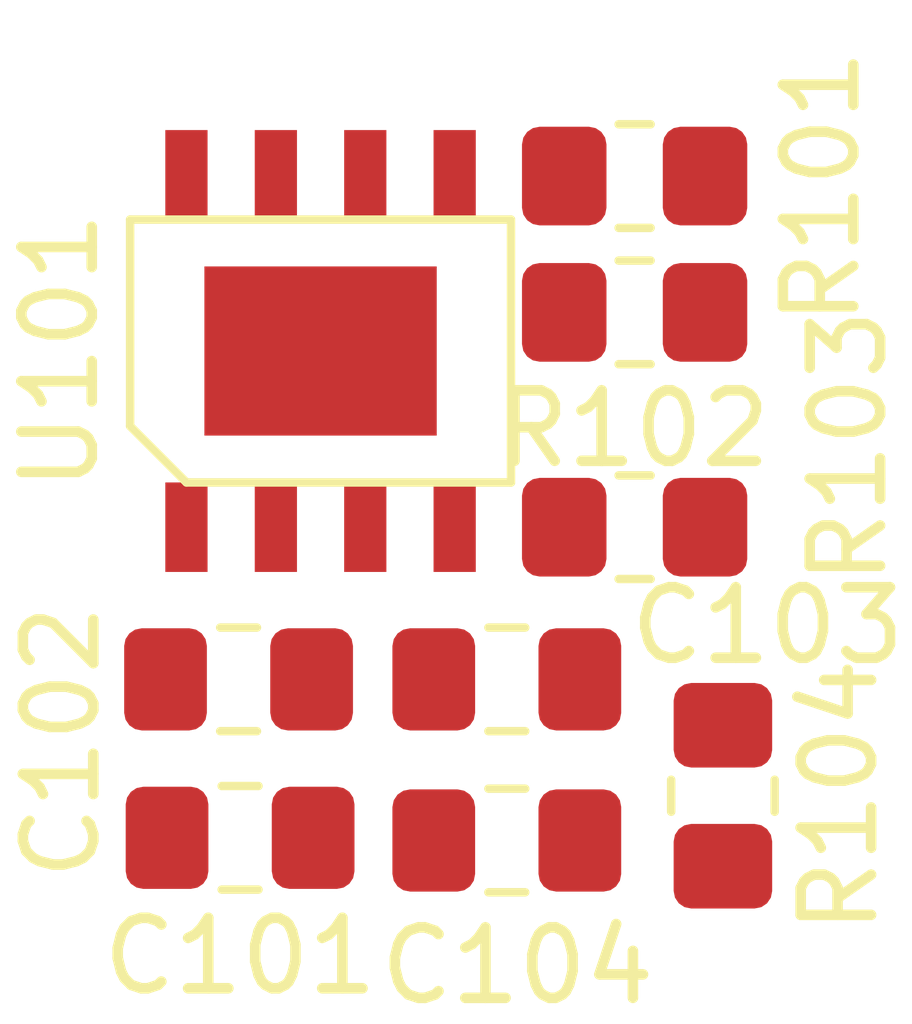
<source format=kicad_pcb>
(kicad_pcb (version 20240108) (generator "pcbnew") (generator_version "8.0")
  (layers (0 "F.Cu" signal) (31 "B.Cu" signal) (34 "B.Paste" user) (35 "F.Paste" user) (36 "B.SilkS" user "B.Silkscreen") (37 "F.SilkS" user "F.Silkscreen") (38 "B.Mask" user) (39 "F.Mask" user) (44 "Edge.Cuts" user))
  (net 0 "")
  (net 1 "/+3V3")
  (net 2 "GND")
  (net 3 "/U+")
  (net 4 "/AMP_MOTOR0")
  (net 5 "/EMF_MOTOR0")
  (net 6 "/EMF_MOTOR1")
  (net 7 "/AMP_MOTOR1")
  (net 9 "/MOTOR0")
  (net 10 "/MOTOR1")
  (footprint "Resistor_SMD:R_0805_2012Metric_Pad1.20x1.40mm_HandSolder" (layer "F.Cu") (at 145.558 70.329 180)
    (property "Reference" "R101" (at -2.651 -0.156 90) (layer "F.SilkS"))
    (property "Value" "6k8")
    (fp_line (start -0.227064 0.735) (end 0.227064 0.735) (stroke (width 0.12)) (layer "F.SilkS"))
    (fp_line (start -0.227064 -0.735) (end 0.227064 -0.735) (stroke (width 0.12)) (layer "F.SilkS"))
    (pad "1" smd roundrect (at -1 0 180) (size 1.2 1.4) (layers "F.Cu" "F.Paste" "F.Mask") (roundrect_rratio 0.208333) (net 6 "/EMF_MOTOR1"))
    (pad "2" smd roundrect (at 1 0 180) (size 1.2 1.4) (layers "F.Cu" "F.Paste" "F.Mask") (roundrect_rratio 0.208333) (net 7 "/AMP_MOTOR1"))
  )
  (footprint "Capacitor_SMD:C_0805_2012Metric_Pad1.18x1.45mm_HandSolder" (layer "F.Cu") (at 143.7425 79.756)
    (property "Reference" "C104" (at 0.148501 1.778001 0) (layer "F.SilkS"))
    (property "Value" "100nF")
    (fp_line (start -0.261253 -0.735) (end 0.261253 -0.735) (stroke (width 0.12)) (layer "F.SilkS"))
    (fp_line (start -0.261253 0.735) (end 0.261253 0.735) (stroke (width 0.12)) (layer "F.SilkS"))
    (pad "1" smd roundrect (at -1.0375 0) (size 1.175 1.45) (layers "F.Cu" "F.Paste" "F.Mask") (roundrect_rratio 0.212766) (net 3 "/U+"))
    (pad "2" smd roundrect (at 1.0375 0) (size 1.175 1.45) (layers "F.Cu" "F.Paste" "F.Mask") (roundrect_rratio 0.212766) (net 2 "GND"))
  )
  (footprint "Capacitor_SMD:C_0805_2012Metric_Pad1.18x1.45mm_HandSolder" (layer "F.Cu") (at 139.9325 77.47 180)
    (property "Reference" "C102" (at 2.5185 -0.889 90) (layer "F.SilkS"))
    (property "Value" "100nF")
    (fp_line (start -0.261253 0.735) (end 0.261253 0.735) (stroke (width 0.12)) (layer "F.SilkS"))
    (fp_line (start -0.261253 -0.735) (end 0.261253 -0.735) (stroke (width 0.12)) (layer "F.SilkS"))
    (pad "1" smd roundrect (at -1.0375 0 180) (size 1.175 1.45) (layers "F.Cu" "F.Paste" "F.Mask") (roundrect_rratio 0.212766) (net 1 "/+3V3"))
    (pad "2" smd roundrect (at 1.0375 0 180) (size 1.175 1.45) (layers "F.Cu" "F.Paste" "F.Mask") (roundrect_rratio 0.212766) (net 2 "GND"))
  )
  (footprint "Resistor_SMD:R_0805_2012Metric_Pad1.20x1.40mm_HandSolder" (layer "F.Cu") (at 146.812 79.121 -90)
    (property "Reference" "R104" (at 0 -1.65 90) (layer "F.SilkS"))
    (property "Value" "1k")
    (fp_line (start -0.227064 0.735) (end 0.227064 0.735) (stroke (width 0.12)) (layer "F.SilkS"))
    (fp_line (start -0.227064 -0.735) (end 0.227064 -0.735) (stroke (width 0.12)) (layer "F.SilkS"))
    (pad "1" smd roundrect (at -1 0 270) (size 1.2 1.4) (layers "F.Cu" "F.Paste" "F.Mask") (roundrect_rratio 0.208333) (net 5 "/EMF_MOTOR0"))
    (pad "2" smd roundrect (at 1 0 270) (size 1.2 1.4) (layers "F.Cu" "F.Paste" "F.Mask") (roundrect_rratio 0.208333) (net 2 "GND"))
  )
  (footprint "BDR6133:BDR6133" (layer "F.Cu") (at 141.097 72.811)
    (property "Reference" "U101" (at -3.705 0 90) (layer "F.SilkS"))
    (property "Value" "BDR6133")
    (fp_line (start -2.705 -1.865) (end 2.705 -1.865) (stroke (width 0.12)) (layer "F.SilkS"))
    (fp_line (start -2.705 1.065) (end -2.705 -1.865) (stroke (width 0.12)) (layer "F.SilkS"))
    (fp_line (start -1.905 1.865) (end -2.705 1.065) (stroke (width 0.12)) (layer "F.SilkS"))
    (fp_line (start 2.705 -1.865) (end 2.705 1.865) (stroke (width 0.12)) (layer "F.SilkS"))
    (fp_line (start 2.705 1.865) (end -1.905 1.865) (stroke (width 0.12)) (layer "F.SilkS"))
    (pad "1" smd rect (at -1.905 2.5) (size 0.6 1.27) (layers "F.Cu" "F.Paste" "F.Mask") (net 2 "GND"))
    (pad "2" smd rect (at -0.635 2.5) (size 0.6 1.27) (layers "F.Cu" "F.Paste" "F.Mask") (net 1 "/+3V3"))
    (pad "3" smd rect (at 0.635 2.5) (size 0.6 1.27) (layers "F.Cu" "F.Paste" "F.Mask") (net 3 "/U+"))
    (pad "4" smd rect (at 1.905 2.5) (size 0.6 1.27) (layers "F.Cu" "F.Paste" "F.Mask") (net 4 "/AMP_MOTOR0"))
    (pad "5" smd rect (at 1.905 -2.5) (size 0.6 1.27) (layers "F.Cu" "F.Paste" "F.Mask") (net 7 "/AMP_MOTOR1"))
    (pad "6" smd rect (at 0.635 -2.5) (size 0.6 1.27) (layers "F.Cu" "F.Paste" "F.Mask") (net 9 "/MOTOR0"))
    (pad "7" smd rect (at -0.635 -2.5) (size 0.6 1.27) (layers "F.Cu" "F.Paste" "F.Mask") (net 10 "/MOTOR1"))
    (pad "8" smd rect (at -1.905 -2.5) (size 0.6 1.27) (layers "F.Cu" "F.Paste" "F.Mask"))
    (pad "9" smd rect (at 0 0) (size 3.3 2.4) (layers "F.Cu" "F.Paste" "F.Mask") (net 2 "GND"))
  )
  (footprint "Capacitor_SMD:C_0805_2012Metric_Pad1.18x1.45mm_HandSolder" (layer "F.Cu") (at 143.7425 77.47)
    (property "Reference" "C103" (at 3.704501 -0.762 180) (layer "F.SilkS"))
    (property "Value" "10uF")
    (fp_line (start -0.261253 -0.735) (end 0.261253 -0.735) (stroke (width 0.12)) (layer "F.SilkS"))
    (fp_line (start -0.261253 0.735) (end 0.261253 0.735) (stroke (width 0.12)) (layer "F.SilkS"))
    (pad "1" smd roundrect (at -1.0375 0) (size 1.175 1.45) (layers "F.Cu" "F.Paste" "F.Mask") (roundrect_rratio 0.212766) (net 3 "/U+"))
    (pad "2" smd roundrect (at 1.0375 0) (size 1.175 1.45) (layers "F.Cu" "F.Paste" "F.Mask") (roundrect_rratio 0.212766) (net 2 "GND"))
  )
  (footprint "Resistor_SMD:R_0805_2012Metric_Pad1.20x1.40mm_HandSolder" (layer "F.Cu") (at 145.558 72.263 180)
    (property "Reference" "R102" (at 0.016 -1.651 0) (layer "F.SilkS"))
    (property "Value" "1k")
    (fp_line (start -0.227064 0.735) (end 0.227064 0.735) (stroke (width 0.12)) (layer "F.SilkS"))
    (fp_line (start -0.227064 -0.735) (end 0.227064 -0.735) (stroke (width 0.12)) (layer "F.SilkS"))
    (pad "1" smd roundrect (at -1 0 180) (size 1.2 1.4) (layers "F.Cu" "F.Paste" "F.Mask") (roundrect_rratio 0.208333) (net 6 "/EMF_MOTOR1"))
    (pad "2" smd roundrect (at 1 0 180) (size 1.2 1.4) (layers "F.Cu" "F.Paste" "F.Mask") (roundrect_rratio 0.208333) (net 2 "GND"))
  )
  (footprint "Resistor_SMD:R_0805_2012Metric_Pad1.20x1.40mm_HandSolder" (layer "F.Cu") (at 145.558 75.311 180)
    (property "Reference" "R103" (at -3.032 1.143 90) (layer "F.SilkS"))
    (property "Value" "6k8")
    (fp_line (start -0.227064 0.735) (end 0.227064 0.735) (stroke (width 0.12)) (layer "F.SilkS"))
    (fp_line (start -0.227064 -0.735) (end 0.227064 -0.735) (stroke (width 0.12)) (layer "F.SilkS"))
    (pad "1" smd roundrect (at -1 0 180) (size 1.2 1.4) (layers "F.Cu" "F.Paste" "F.Mask") (roundrect_rratio 0.208333) (net 5 "/EMF_MOTOR0"))
    (pad "2" smd roundrect (at 1 0 180) (size 1.2 1.4) (layers "F.Cu" "F.Paste" "F.Mask") (roundrect_rratio 0.208333) (net 4 "/AMP_MOTOR0"))
  )
  (footprint "Capacitor_SMD:C_0805_2012Metric_Pad1.18x1.45mm_HandSolder" (layer "F.Cu") (at 139.954 79.718 180)
    (property "Reference" "C101" (at 0 -1.679999 0) (layer "F.SilkS"))
    (property "Value" "10uF")
    (fp_line (start -0.261253 0.735) (end 0.261253 0.735) (stroke (width 0.12)) (layer "F.SilkS"))
    (fp_line (start -0.261253 -0.735) (end 0.261253 -0.735) (stroke (width 0.12)) (layer "F.SilkS"))
    (pad "1" smd roundrect (at -1.0375 0 180) (size 1.175 1.45) (layers "F.Cu" "F.Paste" "F.Mask") (roundrect_rratio 0.212766) (net 1 "/+3V3"))
    (pad "2" smd roundrect (at 1.0375 0 180) (size 1.175 1.45) (layers "F.Cu" "F.Paste" "F.Mask") (roundrect_rratio 0.212766) (net 2 "GND"))
  )
)
</source>
